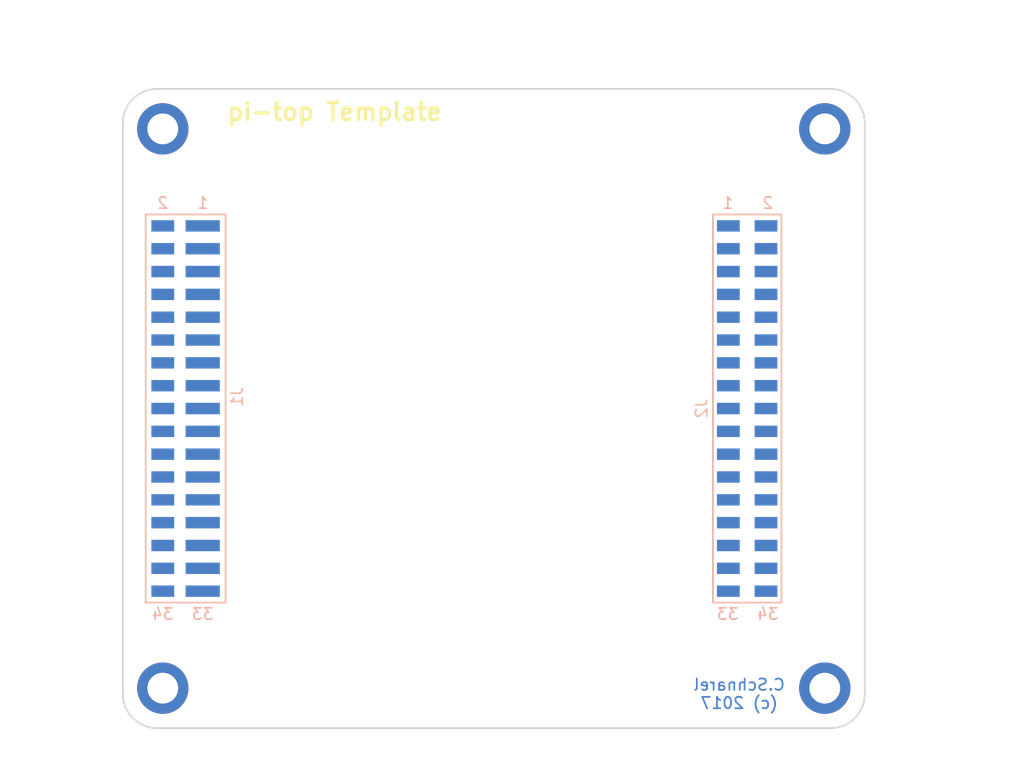
<source format=kicad_pcb>
(kicad_pcb (version 20170123) (host pcbnew "(2017-05-14 revision 14bb238b3)-makepkg")

  (general
    (links 34)
    (no_connects 34)
    (area 25.844048 66.300001 119.49643 136.700001)
    (thickness 1.6)
    (drawings 25)
    (tracks 0)
    (zones 0)
    (modules 6)
    (nets 35)
  )

  (page A)
  (title_block
    (title pi-topTemplate)
    (date 5/18/2017)
    (rev 1.0)
    (comment 1 "Board outline and connectors for pi-top accessory buss")
  )

  (layers
    (0 F.Cu signal)
    (31 B.Cu signal)
    (32 B.Adhes user)
    (33 F.Adhes user)
    (34 B.Paste user)
    (35 F.Paste user)
    (36 B.SilkS user)
    (37 F.SilkS user)
    (38 B.Mask user)
    (39 F.Mask user)
    (40 Dwgs.User user)
    (41 Cmts.User user)
    (42 Eco1.User user)
    (43 Eco2.User user)
    (44 Edge.Cuts user)
    (45 Margin user)
    (46 B.CrtYd user)
    (47 F.CrtYd user)
    (48 B.Fab user)
    (49 F.Fab user)
  )

  (setup
    (last_trace_width 0.25)
    (trace_clearance 0.2)
    (zone_clearance 0.508)
    (zone_45_only no)
    (trace_min 0.2)
    (segment_width 0.15)
    (edge_width 0.15)
    (via_size 0.8)
    (via_drill 0.4)
    (via_min_size 0.4)
    (via_min_drill 0.3)
    (uvia_size 0.3)
    (uvia_drill 0.1)
    (uvias_allowed no)
    (uvia_min_size 0.2)
    (uvia_min_drill 0.1)
    (pcb_text_width 0.3)
    (pcb_text_size 1.5 1.5)
    (mod_edge_width 0.15)
    (mod_text_size 1 1)
    (mod_text_width 0.15)
    (pad_size 4.5 4.5)
    (pad_drill 2.7)
    (pad_to_mask_clearance 0.2)
    (aux_axis_origin 0 0)
    (grid_origin 38 74)
    (visible_elements 7FFFF77F)
    (pcbplotparams
      (layerselection 0x00030_ffffffff)
      (usegerberextensions false)
      (excludeedgelayer true)
      (linewidth 0.100000)
      (plotframeref false)
      (viasonmask false)
      (mode 1)
      (useauxorigin false)
      (hpglpennumber 1)
      (hpglpenspeed 20)
      (hpglpendiameter 15)
      (psnegative false)
      (psa4output false)
      (plotreference true)
      (plotvalue true)
      (plotinvisibletext false)
      (padsonsilk false)
      (subtractmaskfromsilk false)
      (outputformat 1)
      (mirror false)
      (drillshape 1)
      (scaleselection 1)
      (outputdirectory ""))
  )

  (net 0 "")
  (net 1 BCM-24)
  (net 2 MOSI_BCM-10)
  (net 3 BCM-22)
  (net 4 BCM-23)
  (net 5 PCM_D_BCM-27)
  (net 6 PCM_C_BCM-18)
  (net 7 GPCLK0-BCM-4)
  (net 8 TXD_BCM-15)
  (net 9 BCM-17)
  (net 10 RXD_BCM-15)
  (net 11 HUB_3V3_PRST)
  (net 12 HUB_3V3)
  (net 13 HUB_5V)
  (net 14 HUB_PWR)
  (net 15 HUB_GND)
  (net 16 SPDIF_OUT)
  (net 17 SCL_BCM-3)
  (net 18 SDA_BCM-2)
  (net 19 ID_SC_BCM-1)
  (net 20 BCM-5)
  (net 21 ID_SD_BCM-0)
  (net 22 CE1_BCM-7)
  (net 23 MISO_BCM-9)
  (net 24 BCM-25)
  (net 25 CE0_BCM-8)
  (net 26 SCLK_BCM-11)
  (net 27 BCM-13)
  (net 28 MISO_BCM-19)
  (net 29 BCM-12)
  (net 30 BCM-6)
  (net 31 BCM-16)
  (net 32 BCM-26)
  (net 33 SCLK_BCM-21)
  (net 34 MOSI_BCM-20)

  (net_class Default "This is the default net class."
    (clearance 0.2)
    (trace_width 0.25)
    (via_dia 0.8)
    (via_drill 0.4)
    (uvia_dia 0.3)
    (uvia_drill 0.1)
    (add_net BCM-12)
    (add_net BCM-13)
    (add_net BCM-16)
    (add_net BCM-17)
    (add_net BCM-22)
    (add_net BCM-23)
    (add_net BCM-24)
    (add_net BCM-25)
    (add_net BCM-26)
    (add_net BCM-5)
    (add_net BCM-6)
    (add_net CE0_BCM-8)
    (add_net CE1_BCM-7)
    (add_net GPCLK0-BCM-4)
    (add_net HUB_3V3)
    (add_net HUB_3V3_PRST)
    (add_net HUB_5V)
    (add_net HUB_GND)
    (add_net HUB_PWR)
    (add_net ID_SC_BCM-1)
    (add_net ID_SD_BCM-0)
    (add_net MISO_BCM-19)
    (add_net MISO_BCM-9)
    (add_net MOSI_BCM-10)
    (add_net MOSI_BCM-20)
    (add_net PCM_C_BCM-18)
    (add_net PCM_D_BCM-27)
    (add_net RXD_BCM-15)
    (add_net SCLK_BCM-11)
    (add_net SCLK_BCM-21)
    (add_net SCL_BCM-3)
    (add_net SDA_BCM-2)
    (add_net SPDIF_OUT)
    (add_net TXD_BCM-15)
  )

  (module pi-top:Harwin_M22-6553442R locked (layer B.Cu) (tedit 59382074) (tstamp 591E87FE)
    (at 92.7 102 90)
    (path /591E287F)
    (fp_text reference J2 (at 0 -4 90) (layer B.SilkS)
      (effects (font (size 1 1) (thickness 0.15)) (justify mirror))
    )
    (fp_text value "Harwin M22-655R" (at 12 -4 90) (layer B.Fab)
      (effects (font (size 1 1) (thickness 0.15)) (justify mirror))
    )
    (fp_line (start -17 4) (end 17 4) (layer B.Fab) (width 0.15))
    (fp_line (start 17 3.95) (end 17 10.3) (layer B.Fab) (width 0.15))
    (fp_line (start -17 3.95) (end -17 10.3) (layer B.Fab) (width 0.15))
    (fp_line (start -17 10.3) (end 17 10.3) (layer B.Fab) (width 0.15))
    (fp_line (start -17 -3) (end -17 3) (layer B.SilkS) (width 0.15))
    (fp_line (start 17 -3) (end -17 -3) (layer B.SilkS) (width 0.15))
    (fp_line (start 17 3) (end 17 -3) (layer B.SilkS) (width 0.15))
    (fp_line (start -17 3) (end 17 3) (layer B.SilkS) (width 0.15))
    (pad 17 smd rect (at 0 -1.65 270) (size 1 2) (layers B.Cu B.Paste B.Mask)
      (net 1 BCM-24))
    (pad 18 smd rect (at 0 1.65 270) (size 1 2) (layers B.Cu B.Paste B.Mask)
      (net 2 MOSI_BCM-10))
    (pad 20 smd rect (at -2 1.65 270) (size 1 2) (layers B.Cu B.Paste B.Mask)
      (net 24 BCM-25))
    (pad 19 smd rect (at -2 -1.65 270) (size 1 2) (layers B.Cu B.Paste B.Mask)
      (net 23 MISO_BCM-9))
    (pad 23 smd rect (at -6 -1.65 270) (size 1 2) (layers B.Cu B.Paste B.Mask)
      (net 22 CE1_BCM-7))
    (pad 24 smd rect (at -6 1.65 270) (size 1 2) (layers B.Cu B.Paste B.Mask)
      (net 21 ID_SD_BCM-0))
    (pad 22 smd rect (at -4 1.65 270) (size 1 2) (layers B.Cu B.Paste B.Mask)
      (net 25 CE0_BCM-8))
    (pad 21 smd rect (at -4 -1.65 270) (size 1 2) (layers B.Cu B.Paste B.Mask)
      (net 26 SCLK_BCM-11))
    (pad 26 smd rect (at -8 1.65 270) (size 1 2) (layers B.Cu B.Paste B.Mask)
      (net 20 BCM-5))
    (pad 25 smd rect (at -8 -1.65 270) (size 1 2) (layers B.Cu B.Paste B.Mask)
      (net 19 ID_SC_BCM-1))
    (pad 33 smd rect (at -16 -1.65 270) (size 1 2) (layers B.Cu B.Paste B.Mask)
      (net 34 MOSI_BCM-20))
    (pad 34 smd rect (at -16 1.65 270) (size 1 2) (layers B.Cu B.Paste B.Mask)
      (net 33 SCLK_BCM-21))
    (pad 29 smd rect (at -12 -1.65 270) (size 1 2) (layers B.Cu B.Paste B.Mask)
      (net 27 BCM-13))
    (pad 30 smd rect (at -12 1.65 270) (size 1 2) (layers B.Cu B.Paste B.Mask)
      (net 28 MISO_BCM-19))
    (pad 32 smd rect (at -14 1.65 270) (size 1 2) (layers B.Cu B.Paste B.Mask)
      (net 32 BCM-26))
    (pad 31 smd rect (at -14 -1.65 270) (size 1 2) (layers B.Cu B.Paste B.Mask)
      (net 31 BCM-16))
    (pad 27 smd rect (at -10 -1.65 270) (size 1 2) (layers B.Cu B.Paste B.Mask)
      (net 30 BCM-6))
    (pad 28 smd rect (at -10 1.65 270) (size 1 2) (layers B.Cu B.Paste B.Mask)
      (net 29 BCM-12))
    (pad 10 smd rect (at 8 1.65 270) (size 1 2) (layers B.Cu B.Paste B.Mask)
      (net 8 TXD_BCM-15))
    (pad 9 smd rect (at 8 -1.65 270) (size 1 2) (layers B.Cu B.Paste B.Mask)
      (net 7 GPCLK0-BCM-4))
    (pad 13 smd rect (at 4 -1.65 270) (size 1 2) (layers B.Cu B.Paste B.Mask)
      (net 6 PCM_C_BCM-18))
    (pad 14 smd rect (at 4 1.65 270) (size 1 2) (layers B.Cu B.Paste B.Mask)
      (net 5 PCM_D_BCM-27))
    (pad 12 smd rect (at 6 1.65 270) (size 1 2) (layers B.Cu B.Paste B.Mask)
      (net 9 BCM-17))
    (pad 11 smd rect (at 6 -1.65 270) (size 1 2) (layers B.Cu B.Paste B.Mask)
      (net 10 RXD_BCM-15))
    (pad 16 smd rect (at 2 1.65 270) (size 1 2) (layers B.Cu B.Paste B.Mask)
      (net 4 BCM-23))
    (pad 15 smd rect (at 2 -1.65 270) (size 1 2) (layers B.Cu B.Paste B.Mask)
      (net 3 BCM-22))
    (pad 7 smd rect (at 10 -1.65 270) (size 1 2) (layers B.Cu B.Paste B.Mask)
      (net 18 SDA_BCM-2))
    (pad 8 smd rect (at 10 1.65 270) (size 1 2) (layers B.Cu B.Paste B.Mask)
      (net 17 SCL_BCM-3))
    (pad 3 smd rect (at 14 -1.65 270) (size 1 2) (layers B.Cu B.Paste B.Mask)
      (net 11 HUB_3V3_PRST))
    (pad 4 smd rect (at 14 1.65 270) (size 1 2) (layers B.Cu B.Paste B.Mask)
      (net 12 HUB_3V3))
    (pad 6 smd rect (at 12 1.65 270) (size 1 2) (layers B.Cu B.Paste B.Mask)
      (net 16 SPDIF_OUT))
    (pad 5 smd rect (at 12 -1.65 270) (size 1 2) (layers B.Cu B.Paste B.Mask)
      (net 15 HUB_GND))
    (pad 1 smd rect (at 16 -1.65 270) (size 1 2) (layers B.Cu B.Paste B.Mask)
      (net 14 HUB_PWR))
    (pad 2 smd rect (at 16 1.65 270) (size 1 2) (layers B.Cu B.Paste B.Mask)
      (net 13 HUB_5V))
    (model ${KIPRJMOD}/pi-top_Template.pretty/Harwin.step
      (at (xyz 0.6397637795275591 0.4133858267716536 0))
      (scale (xyz 1 1 1))
      (rotate (xyz 0 0 180))
    )
  )

  (module pi-top:3M_951217-4620-XX (layer B.Cu) (tedit 59382016) (tstamp 591E5D71)
    (at 43 101 270)
    (path /591E287A)
    (fp_text reference J1 (at 0 -5 270) (layer B.SilkS)
      (effects (font (size 1 1) (thickness 0.15)) (justify mirror))
    )
    (fp_text value "3M 951 Series" (at 12 -5 270) (layer B.Fab)
      (effects (font (size 1 1) (thickness 0.15)) (justify mirror))
    )
    (fp_line (start -16 3) (end 18 3) (layer B.SilkS) (width 0.15))
    (fp_line (start 18 3) (end 18 -4) (layer B.SilkS) (width 0.15))
    (fp_line (start 18 -4) (end -16 -4) (layer B.SilkS) (width 0.15))
    (fp_line (start -16 -4) (end -16 3) (layer B.SilkS) (width 0.15))
    (fp_line (start -15 4.8) (end -15 9.25) (layer B.Fab) (width 0.15))
    (fp_line (start -13 4.8) (end -13 9.25) (layer B.Fab) (width 0.15))
    (fp_line (start -11 4.8) (end -11 9.25) (layer B.Fab) (width 0.15))
    (fp_line (start -9 4.8) (end -9 9.25) (layer B.Fab) (width 0.15))
    (fp_line (start -7 4.8) (end -7 9.25) (layer B.Fab) (width 0.15))
    (fp_line (start -5 4.8) (end -5 9.25) (layer B.Fab) (width 0.15))
    (fp_line (start -3 4.8) (end -3 9.25) (layer B.Fab) (width 0.15))
    (fp_line (start -1 4.8) (end -1 9.25) (layer B.Fab) (width 0.15))
    (fp_line (start 1 4.8) (end 1 9.25) (layer B.Fab) (width 0.15))
    (fp_line (start 3 4.8) (end 3 9.25) (layer B.Fab) (width 0.15))
    (fp_line (start 5 4.8) (end 5 9.25) (layer B.Fab) (width 0.15))
    (fp_line (start 7 4.8) (end 7 9.25) (layer B.Fab) (width 0.15))
    (fp_line (start 11 4.8) (end 11 9.25) (layer B.Fab) (width 0.15))
    (fp_line (start 13 4.8) (end 13 9.25) (layer B.Fab) (width 0.15))
    (fp_line (start 15 4.8) (end 15 9.25) (layer B.Fab) (width 0.15))
    (fp_line (start 9 4.8) (end 9 9.25) (layer B.Fab) (width 0.15))
    (fp_line (start -16 5) (end 18 5) (layer B.Fab) (width 0.15))
    (fp_line (start 17 4.8) (end 17 9.25) (layer B.Fab) (width 0.15))
    (fp_line (start -16 3.8) (end -16 4.8) (layer B.Fab) (width 0.15))
    (fp_line (start 18 3.8) (end 18 4.8) (layer B.Fab) (width 0.15))
    (fp_line (start -16 2.8) (end 18 2.8) (layer B.Fab) (width 0.15))
    (fp_line (start 18 2.8) (end 18 3.8) (layer B.Fab) (width 0.15))
    (fp_line (start 18 4.8) (end -16 4.8) (layer B.Fab) (width 0.15))
    (fp_line (start -16 3.8) (end -16 2.8) (layer B.Fab) (width 0.15))
    (pad 2 smd rect (at -15 1.5 90) (size 1 2) (layers B.Cu B.Paste B.Mask)
      (net 13 HUB_5V))
    (pad 1 smd rect (at -15 -2 90) (size 1 3) (layers B.Cu B.Paste B.Mask)
      (net 14 HUB_PWR))
    (pad 5 smd rect (at -11 -2 90) (size 1 3) (layers B.Cu B.Paste B.Mask)
      (net 15 HUB_GND))
    (pad 6 smd rect (at -11 1.5 90) (size 1 2) (layers B.Cu B.Paste B.Mask)
      (net 16 SPDIF_OUT))
    (pad 4 smd rect (at -13 1.5 90) (size 1 2) (layers B.Cu B.Paste B.Mask)
      (net 12 HUB_3V3))
    (pad 3 smd rect (at -13 -2 90) (size 1 3) (layers B.Cu B.Paste B.Mask)
      (net 11 HUB_3V3_PRST))
    (pad 8 smd rect (at -9 1.5 90) (size 1 2) (layers B.Cu B.Paste B.Mask)
      (net 17 SCL_BCM-3))
    (pad 7 smd rect (at -9 -2 90) (size 1 3) (layers B.Cu B.Paste B.Mask)
      (net 18 SDA_BCM-2))
    (pad 15 smd rect (at -1 -2 90) (size 1 3) (layers B.Cu B.Paste B.Mask)
      (net 3 BCM-22))
    (pad 16 smd rect (at -1 1.5 90) (size 1 2) (layers B.Cu B.Paste B.Mask)
      (net 4 BCM-23))
    (pad 11 smd rect (at -5 -2 90) (size 1 3) (layers B.Cu B.Paste B.Mask)
      (net 10 RXD_BCM-15))
    (pad 12 smd rect (at -5 1.5 90) (size 1 2) (layers B.Cu B.Paste B.Mask)
      (net 9 BCM-17))
    (pad 14 smd rect (at -3 1.5 90) (size 1 2) (layers B.Cu B.Paste B.Mask)
      (net 5 PCM_D_BCM-27))
    (pad 13 smd rect (at -3 -2 90) (size 1 3) (layers B.Cu B.Paste B.Mask)
      (net 6 PCM_C_BCM-18))
    (pad 9 smd rect (at -7 -2 90) (size 1 3) (layers B.Cu B.Paste B.Mask)
      (net 7 GPCLK0-BCM-4))
    (pad 10 smd rect (at -7 1.5 90) (size 1 2) (layers B.Cu B.Paste B.Mask)
      (net 8 TXD_BCM-15))
    (pad 28 smd rect (at 11 1.5 90) (size 1 2) (layers B.Cu B.Paste B.Mask)
      (net 29 BCM-12))
    (pad 27 smd rect (at 11 -2 90) (size 1 3) (layers B.Cu B.Paste B.Mask)
      (net 30 BCM-6))
    (pad 31 smd rect (at 15 -2 90) (size 1 3) (layers B.Cu B.Paste B.Mask)
      (net 31 BCM-16))
    (pad 32 smd rect (at 15 1.5 90) (size 1 2) (layers B.Cu B.Paste B.Mask)
      (net 32 BCM-26))
    (pad 30 smd rect (at 13 1.5 90) (size 1 2) (layers B.Cu B.Paste B.Mask)
      (net 28 MISO_BCM-19))
    (pad 29 smd rect (at 13 -2 90) (size 1 3) (layers B.Cu B.Paste B.Mask)
      (net 27 BCM-13))
    (pad 34 smd rect (at 17 1.5 90) (size 1 2) (layers B.Cu B.Paste B.Mask)
      (net 33 SCLK_BCM-21))
    (pad 33 smd rect (at 17 -2 90) (size 1 3) (layers B.Cu B.Paste B.Mask)
      (net 34 MOSI_BCM-20))
    (pad 25 smd rect (at 9 -2 90) (size 1 3) (layers B.Cu B.Paste B.Mask)
      (net 19 ID_SC_BCM-1))
    (pad 26 smd rect (at 9 1.5 90) (size 1 2) (layers B.Cu B.Paste B.Mask)
      (net 20 BCM-5))
    (pad 21 smd rect (at 5 -2 90) (size 1 3) (layers B.Cu B.Paste B.Mask)
      (net 26 SCLK_BCM-11))
    (pad 22 smd rect (at 5 1.5 90) (size 1 2) (layers B.Cu B.Paste B.Mask)
      (net 25 CE0_BCM-8))
    (pad 24 smd rect (at 7 1.5 90) (size 1 2) (layers B.Cu B.Paste B.Mask)
      (net 21 ID_SD_BCM-0))
    (pad 23 smd rect (at 7 -2 90) (size 1 3) (layers B.Cu B.Paste B.Mask)
      (net 22 CE1_BCM-7))
    (pad 19 smd rect (at 3 -2 90) (size 1 3) (layers B.Cu B.Paste B.Mask)
      (net 23 MISO_BCM-9))
    (pad 20 smd rect (at 3 1.5 90) (size 1 2) (layers B.Cu B.Paste B.Mask)
      (net 24 BCM-25))
    (pad 18 smd rect (at 1 1.5 90) (size 1 2) (layers B.Cu B.Paste B.Mask)
      (net 2 MOSI_BCM-10))
    (pad 17 smd rect (at 1 -2 90) (size 1 3) (layers B.Cu B.Paste B.Mask)
      (net 1 BCM-24))
    (model ${KIPRJMOD}/pi-top_Template.pretty/3M_header.step
      (at (xyz 0.6791338582677166 0.2165354330708661 0))
      (scale (xyz 1 1 1))
      (rotate (xyz 0 0 180))
    )
  )

  (module Mounting_Holes:MountingHole_2.7mm_M2.5_ISO7380_Pad locked (layer F.Cu) (tedit 59264ECD) (tstamp 5925935D)
    (at 99.5 126.5)
    (descr "Mounting Hole 2.7mm, M2.5, ISO7380")
    (tags "mounting hole 2.7mm m2.5 iso7380")
    (fp_text reference REF** (at 0 -3.25) (layer F.SilkS) hide
      (effects (font (size 1 1) (thickness 0.15)))
    )
    (fp_text value MountingHole_2.7mm_M2.5_ISO7380_Pad (at 0 3.25) (layer F.Fab) hide
      (effects (font (size 1 1) (thickness 0.15)))
    )
    (fp_circle (center 0 0) (end 2.25 0) (layer Cmts.User) (width 0.15))
    (fp_circle (center 0 0) (end 2.5 0) (layer F.CrtYd) (width 0.05))
    (pad 3 thru_hole circle (at 0 0) (size 4.5 4.5) (drill 2.7) (layers *.Cu *.Mask))
  )

  (module Mounting_Holes:MountingHole_2.7mm_M2.5_ISO7380_Pad locked (layer F.Cu) (tedit 59264EDF) (tstamp 5925935A)
    (at 41.5 126.5)
    (descr "Mounting Hole 2.7mm, M2.5, ISO7380")
    (tags "mounting hole 2.7mm m2.5 iso7380")
    (fp_text reference REF** (at 0 -3.25) (layer F.SilkS) hide
      (effects (font (size 1 1) (thickness 0.15)))
    )
    (fp_text value MountingHole_2.7mm_M2.5_ISO7380_Pad (at 0 3.25) (layer F.Fab) hide
      (effects (font (size 1 1) (thickness 0.15)))
    )
    (fp_circle (center 0 0) (end 2.25 0) (layer Cmts.User) (width 0.15))
    (fp_circle (center 0 0) (end 2.5 0) (layer F.CrtYd) (width 0.05))
    (pad 4 thru_hole circle (at 0 0) (size 4.5 4.5) (drill 2.7) (layers *.Cu *.Mask))
  )

  (module Mounting_Holes:MountingHole_2.7mm_M2.5_ISO7380_Pad locked (layer F.Cu) (tedit 59264EBA) (tstamp 59259357)
    (at 99.5 77.5)
    (descr "Mounting Hole 2.7mm, M2.5, ISO7380")
    (tags "mounting hole 2.7mm m2.5 iso7380")
    (fp_text reference REF** (at 0 -3.25) (layer F.SilkS) hide
      (effects (font (size 1 1) (thickness 0.15)))
    )
    (fp_text value MountingHole_2.7mm_M2.5_ISO7380_Pad (at 0 3.25) (layer F.Fab) hide
      (effects (font (size 1 1) (thickness 0.15)))
    )
    (fp_circle (center 0 0) (end 2.25 0) (layer Cmts.User) (width 0.15))
    (fp_circle (center 0 0) (end 2.5 0) (layer F.CrtYd) (width 0.05))
    (pad 2 thru_hole circle (at 0 0) (size 4.5 4.5) (drill 2.7) (layers *.Cu *.Mask))
  )

  (module Mounting_Holes:MountingHole_2.7mm_M2.5_ISO7380_Pad locked (layer F.Cu) (tedit 59264E9B) (tstamp 59259354)
    (at 41.5 77.5)
    (descr "Mounting Hole 2.7mm, M2.5, ISO7380")
    (tags "mounting hole 2.7mm m2.5 iso7380")
    (fp_text reference REF** (at 0 -3.25) (layer F.SilkS) hide
      (effects (font (size 1 1) (thickness 0.15)))
    )
    (fp_text value MountingHole_2.7mm_M2.5_ISO7380_Pad (at 0 3.25) (layer F.Fab) hide
      (effects (font (size 1 1) (thickness 0.15)))
    )
    (fp_circle (center 0 0) (end 2.25 0) (layer Cmts.User) (width 0.15))
    (fp_circle (center 0 0) (end 2.5 0) (layer F.CrtYd) (width 0.05))
    (pad 1 thru_hole circle (at 0 0) (size 4.5 4.5) (drill 2.7) (layers *.Cu *.Mask))
  )

  (gr_text 34 (at 41.5 120) (layer B.SilkS)
    (effects (font (size 1 1) (thickness 0.15)) (justify mirror))
  )
  (gr_text 33 (at 45 120) (layer B.SilkS)
    (effects (font (size 1 1) (thickness 0.15)) (justify mirror))
  )
  (gr_text 1 (at 45 84) (layer B.SilkS)
    (effects (font (size 1 1) (thickness 0.15)) (justify mirror))
  )
  (gr_text 2 (at 41.5 84) (layer B.SilkS)
    (effects (font (size 1 1) (thickness 0.15)) (justify mirror))
  )
  (gr_line (start 87 77.5) (end 96 77.5) (angle 90) (layer Dwgs.User) (width 0.15))
  (dimension 24.5 (width 0.15) (layer Dwgs.User)
    (gr_text "24.5 mm" (at 83.15 89.75 270) (layer Dwgs.User) (tstamp 59381E8F)
      (effects (font (size 1.5 1.5) (thickness 0.15)))
    )
    (feature1 (pts (xy 87 102) (xy 81.8 102)))
    (feature2 (pts (xy 87 77.5) (xy 81.8 77.5)))
    (crossbar (pts (xy 84.5 77.5) (xy 84.5 102)))
    (arrow1a (pts (xy 84.5 102) (xy 83.913579 100.873496)))
    (arrow1b (pts (xy 84.5 102) (xy 85.086421 100.873496)))
    (arrow2a (pts (xy 84.5 77.5) (xy 83.913579 78.626504)))
    (arrow2b (pts (xy 84.5 77.5) (xy 85.086421 78.626504)))
  )
  (dimension 3.5 (width 0.15) (layer Dwgs.User)
    (gr_text "3.5 mm" (at 34.5 135 270) (layer Dwgs.User) (tstamp 59381E90)
      (effects (font (size 1.5 1.5) (thickness 0.15)))
    )
    (feature1 (pts (xy 37 130) (xy 31.8 130)))
    (feature2 (pts (xy 37 126.5) (xy 31.8 126.5)))
    (crossbar (pts (xy 34.5 126.5) (xy 34.5 130)))
    (arrow1a (pts (xy 34.5 130) (xy 33.913579 128.873496)))
    (arrow1b (pts (xy 34.5 130) (xy 35.086421 128.873496)))
    (arrow2a (pts (xy 34.5 126.5) (xy 33.913579 127.626504)))
    (arrow2b (pts (xy 34.5 126.5) (xy 35.086421 127.626504)))
  )
  (dimension 49 (width 0.15) (layer Dwgs.User)
    (gr_text "49.0 mm" (at 110.35 102 270) (layer Dwgs.User) (tstamp 59381E91)
      (effects (font (size 1.5 1.5) (thickness 0.15)))
    )
    (feature1 (pts (xy 104 126.5) (xy 111.7 126.5)))
    (feature2 (pts (xy 104 77.5) (xy 111.7 77.5)))
    (crossbar (pts (xy 109 77.5) (xy 109 126.5)))
    (arrow1a (pts (xy 109 126.5) (xy 108.413579 125.373496)))
    (arrow1b (pts (xy 109 126.5) (xy 109.586421 125.373496)))
    (arrow2a (pts (xy 109 77.5) (xy 108.413579 78.626504)))
    (arrow2b (pts (xy 109 77.5) (xy 109.586421 78.626504)))
  )
  (dimension 3.5 (width 0.15) (layer Dwgs.User)
    (gr_text "3.5 mm" (at 46.5 134) (layer Dwgs.User) (tstamp 59381E92)
      (effects (font (size 1.5 1.5) (thickness 0.15)))
    )
    (feature1 (pts (xy 41.5 131) (xy 41.5 136.7)))
    (feature2 (pts (xy 38 131) (xy 38 136.7)))
    (crossbar (pts (xy 38 134) (xy 41.5 134)))
    (arrow1a (pts (xy 41.5 134) (xy 40.373496 134.586421)))
    (arrow1b (pts (xy 41.5 134) (xy 40.373496 133.413579)))
    (arrow2a (pts (xy 38 134) (xy 39.126504 134.586421)))
    (arrow2b (pts (xy 38 134) (xy 39.126504 133.413579)))
  )
  (gr_text 33 (at 91 120) (layer B.SilkS)
    (effects (font (size 1 1) (thickness 0.15)) (justify mirror))
  )
  (gr_text 34 (at 94.5 120) (layer B.SilkS)
    (effects (font (size 1 1) (thickness 0.15)) (justify mirror))
  )
  (gr_text 2 (at 94.5 84) (layer B.SilkS)
    (effects (font (size 1 1) (thickness 0.15)) (justify mirror))
  )
  (gr_text 1 (at 91 84) (layer B.SilkS)
    (effects (font (size 1 1) (thickness 0.15)) (justify mirror))
  )
  (dimension 56 (width 0.15) (layer Dwgs.User)
    (gr_text "56.0 mm" (at 114.35 102 270) (layer Dwgs.User) (tstamp 59381E93)
      (effects (font (size 1.5 1.5) (thickness 0.15)))
    )
    (feature1 (pts (xy 104 130) (xy 115.7 130)))
    (feature2 (pts (xy 104 74) (xy 115.7 74)))
    (crossbar (pts (xy 113 74) (xy 113 130)))
    (arrow1a (pts (xy 113 130) (xy 112.413579 128.873496)))
    (arrow1b (pts (xy 113 130) (xy 113.586421 128.873496)))
    (arrow2a (pts (xy 113 74) (xy 112.413579 75.126504)))
    (arrow2b (pts (xy 113 74) (xy 113.586421 75.126504)))
  )
  (dimension 65 (width 0.15) (layer Dwgs.User)
    (gr_text "65.000 mm" (at 70.5 67.650001) (layer Dwgs.User) (tstamp 59381E94)
      (effects (font (size 1.5 1.5) (thickness 0.15)))
    )
    (feature1 (pts (xy 38 73) (xy 38 66.300001)))
    (feature2 (pts (xy 103 73) (xy 103 66.300001)))
    (crossbar (pts (xy 103 69.000001) (xy 38 69.000001)))
    (arrow1a (pts (xy 38 69.000001) (xy 39.126504 68.41358)))
    (arrow1b (pts (xy 38 69.000001) (xy 39.126504 69.586422)))
    (arrow2a (pts (xy 103 69.000001) (xy 101.873496 68.41358)))
    (arrow2b (pts (xy 103 69.000001) (xy 101.873496 69.586422)))
  )
  (gr_text "C.Schnarel\n(c) 2017" (at 92 127) (layer B.Cu)
    (effects (font (size 1 1) (thickness 0.15)) (justify mirror))
  )
  (gr_text "pi-top Template" (at 47 76) (layer F.SilkS)
    (effects (font (size 1.5 1.5) (thickness 0.3)) (justify left))
  )
  (gr_arc (start 100 77) (end 100 74) (angle 90) (layer Edge.Cuts) (width 0.15))
  (gr_arc (start 100 127) (end 103 127) (angle 90) (layer Edge.Cuts) (width 0.15))
  (gr_arc (start 41 127) (end 41 130) (angle 90) (layer Edge.Cuts) (width 0.15))
  (gr_arc (start 41 77) (end 38 77) (angle 90) (layer Edge.Cuts) (width 0.15))
  (gr_line (start 38 127) (end 38 77) (angle 90) (layer Edge.Cuts) (width 0.15))
  (gr_line (start 100 130) (end 41 130) (angle 90) (layer Edge.Cuts) (width 0.15))
  (gr_line (start 103 77) (end 103 127) (angle 90) (layer Edge.Cuts) (width 0.15))
  (gr_line (start 41 74) (end 100 74) (angle 90) (layer Edge.Cuts) (width 0.15))

)

</source>
